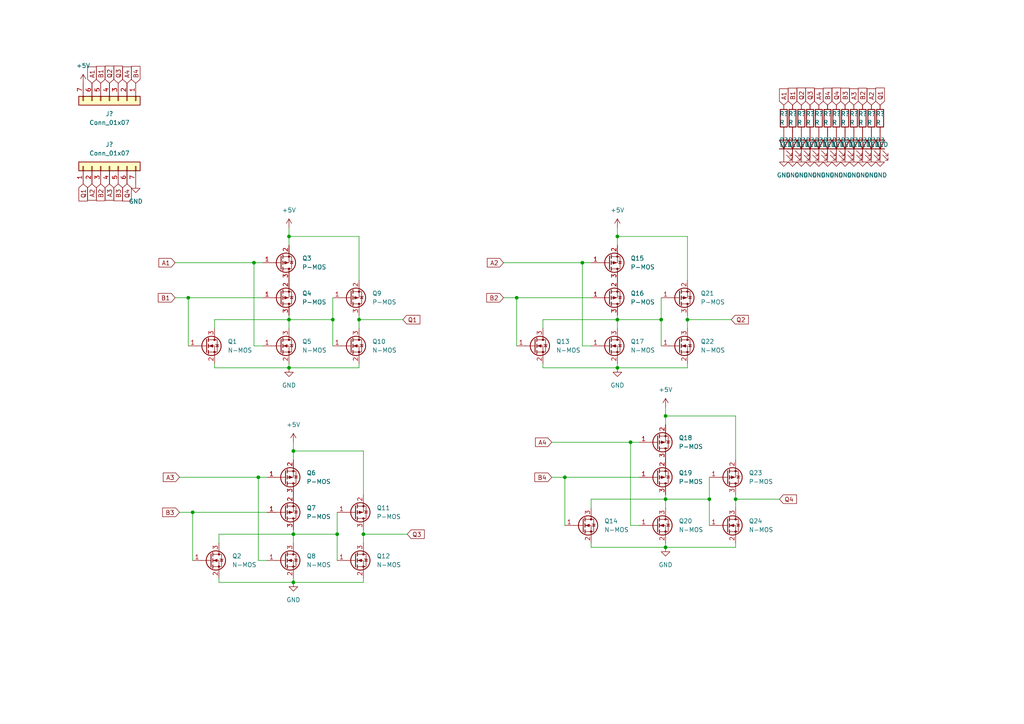
<source format=kicad_sch>
(kicad_sch (version 20211123) (generator eeschema)
  (paper "A4")
  (lib_symbols
    (symbol "Connector_Generic:Conn_01x07" (pin_names (offset 1.016) hide)
      (property "Reference" "J" (at 0 10.16 0))
      (property "Value" "Conn_01x07" (at 0 -10.16 0))
      (symbol "Conn_01x07_1_1"
        (rectangle (start -1.27 -7.493) (end 0 -7.747) (stroke (width 0.1524)))
        (rectangle (start -1.27 -4.953) (end 0 -5.207) (stroke (width 0.1524)))
        (rectangle (start -1.27 -2.413) (end 0 -2.667) (stroke (width 0.1524)))
        (rectangle (start -1.27 0.127) (end 0 -0.127) (stroke (width 0.1524)))
        (rectangle (start -1.27 2.667) (end 0 2.413) (stroke (width 0.1524)))
        (rectangle (start -1.27 5.207) (end 0 4.953) (stroke (width 0.1524)))
        (rectangle (start -1.27 7.747) (end 0 7.493) (stroke (width 0.1524)))
        (rectangle (start -1.27 8.89) (end 1.27 -8.89) (stroke (width 0.254)) (fill (type background)))
        (pin passive line (at -5.08 7.62 0) (length 3.81) (name "Pin_1") (number "1"))
        (pin passive line (at -5.08 5.08 0) (length 3.81) (name "Pin_2") (number "2"))
        (pin passive line (at -5.08 2.54 0) (length 3.81) (name "Pin_3") (number "3"))
        (pin passive line (at -5.08 0 0) (length 3.81) (name "Pin_4") (number "4"))
        (pin passive line (at -5.08 -2.54 0) (length 3.81) (name "Pin_5") (number "5"))
        (pin passive line (at -5.08 -5.08 0) (length 3.81) (name "Pin_6") (number "6"))
        (pin passive line (at -5.08 -7.62 0) (length 3.81) (name "Pin_7") (number "7"))
      )
    )
    (symbol "Device:LED" (pin_numbers hide) (pin_names (offset 1.016) hide)
      (property "Reference" "D" (at 0 2.54 0))
      (property "Value" "LED" (at 0 -2.54 0))
      (symbol "LED_0_1"
        (polyline (pts (xy -1.27 -1.27) (xy -1.27 1.27)) (stroke (width 0.254)))
        (polyline (pts (xy -1.27 0) (xy 1.27 0)))
        (polyline (pts (xy 1.27 -1.27) (xy 1.27 1.27) (xy -1.27 0) (xy 1.27 -1.27)) (stroke (width 0.254)))
        (polyline (pts (xy -3.048 -0.762) (xy -4.572 -2.286) (xy -3.81 -2.286) (xy -4.572 -2.286) (xy -4.572 -1.524)))
        (polyline (pts (xy -1.778 -0.762) (xy -3.302 -2.286) (xy -2.54 -2.286) (xy -3.302 -2.286) (xy -3.302 -1.524)))
      )
      (symbol "LED_1_1"
        (pin passive line (at -3.81 0 0) (length 2.54) (name "K") (number "1"))
        (pin passive line (at 3.81 0 180) (length 2.54) (name "A") (number "2"))
      )
    )
    (symbol "Device:R" (pin_numbers hide) (pin_names (offset 0))
      (property "Reference" "R" (at 2.032 0 90))
      (property "Value" "R" (at 0 0 90))
      (symbol "R_0_1"
        (rectangle (start -1.016 -2.54) (end 1.016 2.54) (stroke (width 0.254)))
      )
      (symbol "R_1_1"
        (pin passive line (at 0 3.81 270) (length 1.27) (name "~") (number "1"))
        (pin passive line (at 0 -3.81 90) (length 1.27) (name "~") (number "2"))
      )
    )
    (symbol "mos_sym:N-MOS" (pin_names hide)
      (property "Reference" "Q" (at 5.08 1.905 0))
      (property "Value" "N-MOS" (at 5.08 0 0))
      (symbol "N-MOS_0_1"
        (polyline (pts (xy 0.254 0) (xy -2.54 0)))
        (polyline (pts (xy 0.254 1.905) (xy 0.254 -1.905)) (stroke (width 0.254)))
        (polyline (pts (xy 0.762 -1.27) (xy 0.762 -2.286)) (stroke (width 0.254)))
        (polyline (pts (xy 0.762 0.508) (xy 0.762 -0.508)) (stroke (width 0.254)))
        (polyline (pts (xy 0.762 2.286) (xy 0.762 1.27)) (stroke (width 0.254)))
        (polyline (pts (xy 2.54 2.54) (xy 2.54 1.778)))
        (polyline (pts (xy 2.54 -2.54) (xy 2.54 0) (xy 0.762 0)))
        (polyline (pts (xy 0.762 -1.778) (xy 3.302 -1.778) (xy 3.302 1.778) (xy 0.762 1.778)))
        (polyline (pts (xy 1.016 0) (xy 2.032 0.381) (xy 2.032 -0.381) (xy 1.016 0)) (fill (type outline)))
        (polyline (pts (xy 2.794 0.508) (xy 2.921 0.381) (xy 3.683 0.381) (xy 3.81 0.254)))
        (polyline (pts (xy 3.302 0.381) (xy 2.921 -0.254) (xy 3.683 -0.254) (xy 3.302 0.381)))
        (circle (center 1.651 0) (radius 2.794) (stroke (width 0.254)))
        (circle (center 2.54 -1.778) (radius 0.254) (fill (type outline)))
        (circle (center 2.54 1.778) (radius 0.254) (fill (type outline)))
      )
      (symbol "N-MOS_1_1"
        (pin input line (at -5.08 0 0) (length 2.54) (name "G") (number "1"))
        (pin passive line (at 2.54 -5.08 90) (length 2.54) (name "S") (number "2"))
        (pin passive line (at 2.54 5.08 270) (length 2.54) (name "D") (number "3"))
      )
    )
    (symbol "mos_sym:P-MOS" (pin_names hide)
      (property "Reference" "Q" (at 5.08 1.905 0))
      (property "Value" "P-MOS" (at 5.08 0 0))
      (symbol "P-MOS_0_1"
        (polyline (pts (xy 0.254 0) (xy -2.54 0)))
        (polyline (pts (xy 0.254 1.905) (xy 0.254 -1.905)) (stroke (width 0.254)))
        (polyline (pts (xy 0.762 -1.27) (xy 0.762 -2.286)) (stroke (width 0.254)))
        (polyline (pts (xy 0.762 0.508) (xy 0.762 -0.508)) (stroke (width 0.254)))
        (polyline (pts (xy 0.762 2.286) (xy 0.762 1.27)) (stroke (width 0.254)))
        (polyline (pts (xy 2.54 2.54) (xy 2.54 1.778)))
        (polyline (pts (xy 2.54 -2.54) (xy 2.54 0) (xy 0.762 0)))
        (polyline (pts (xy 0.762 1.778) (xy 3.302 1.778) (xy 3.302 -1.778) (xy 0.762 -1.778)))
        (polyline (pts (xy 2.286 0) (xy 1.27 0.381) (xy 1.27 -0.381) (xy 2.286 0)) (fill (type outline)))
        (polyline (pts (xy 2.794 -0.508) (xy 2.921 -0.381) (xy 3.683 -0.381) (xy 3.81 -0.254)))
        (polyline (pts (xy 3.302 -0.381) (xy 2.921 0.254) (xy 3.683 0.254) (xy 3.302 -0.381)))
        (circle (center 1.651 0) (radius 2.794) (stroke (width 0.254)))
        (circle (center 2.54 -1.778) (radius 0.254) (fill (type outline)))
        (circle (center 2.54 1.778) (radius 0.254) (fill (type outline)))
      )
      (symbol "P-MOS_1_1"
        (pin input line (at -5.08 0 0) (length 2.54) (name "G") (number "1"))
        (pin passive line (at 2.54 -5.08 90) (length 2.54) (name "S") (number "2"))
        (pin passive line (at 2.54 5.08 270) (length 2.54) (name "D") (number "3"))
      )
    )
    (symbol "power:+5V" (power) (pin_names (offset 0))
      (property "Value" "+5V" (at 0 3.556 0))
      (symbol "+5V_0_1"
        (polyline (pts (xy -0.762 1.27) (xy 0 2.54)))
        (polyline (pts (xy 0 0) (xy 0 2.54)))
        (polyline (pts (xy 0 2.54) (xy 0.762 1.27)))
      )
      (symbol "+5V_1_1"
        (pin power_in line (at 0 0 90) (length 0) hide (name "+5V") (number "1"))
      )
    )
    (symbol "power:GND" (power) (pin_names (offset 0))
      (property "Value" "GND" (at 0 -3.81 0))
      (symbol "GND_0_1"
        (polyline (pts (xy 0 0) (xy 0 -1.27) (xy 1.27 -1.27) (xy 0 -2.54) (xy -1.27 -1.27) (xy 0 -1.27)))
      )
      (symbol "GND_1_1"
        (pin power_in line (at 0 0 270) (length 0) hide (name "GND") (number "1"))
      )
    )
  )
  (junction (at 182.88 128.27))
  (junction (at 168.91 76.2))
  (junction (at 83.82 106.68))
  (junction (at 73.66 76.2))
  (junction (at 83.82 92.71))
  (junction (at 74.93 138.43))
  (junction (at 193.04 120.65))
  (junction (at 213.36 144.78))
  (junction (at 83.82 68.58))
  (junction (at 85.09 130.81))
  (junction (at 179.07 68.58))
  (junction (at 191.77 92.71))
  (junction (at 85.09 168.91))
  (junction (at 55.88 148.59))
  (junction (at 149.86 86.36))
  (junction (at 97.79 154.94))
  (junction (at 205.74 144.78))
  (junction (at 96.52 92.71))
  (junction (at 54.61 86.36))
  (junction (at 193.04 144.78))
  (junction (at 199.39 92.71))
  (junction (at 179.07 106.68))
  (junction (at 85.09 154.94))
  (junction (at 163.83 138.43))
  (junction (at 105.41 154.94))
  (junction (at 193.04 158.75))
  (junction (at 179.07 92.71))
  (junction (at 104.14 92.71))
  (wire (pts (xy 157.48 92.71) (xy 179.07 92.71)))
  (wire (pts (xy 85.09 128.27) (xy 85.09 130.81)))
  (wire (pts (xy 74.93 138.43) (xy 77.47 138.43)))
  (wire (pts (xy 146.05 76.2) (xy 168.91 76.2)))
  (wire (pts (xy 50.8 86.36) (xy 54.61 86.36)))
  (wire (pts (xy 52.07 148.59) (xy 55.88 148.59)))
  (wire (pts (xy 54.61 86.36) (xy 54.61 100.33)))
  (wire (pts (xy 185.42 138.43) (xy 163.83 138.43)))
  (wire (pts (xy 105.41 154.94) (xy 118.11 154.94)))
  (wire (pts (xy 74.93 162.56) (xy 74.93 138.43)))
  (wire (pts (xy 104.14 92.71) (xy 116.84 92.71)))
  (wire (pts (xy 105.41 154.94) (xy 105.41 157.48)))
  (wire (pts (xy 213.36 157.48) (xy 213.36 158.75)))
  (wire (pts (xy 185.42 152.4) (xy 182.88 152.4)))
  (wire (pts (xy 83.82 66.04) (xy 83.82 68.58)))
  (wire (pts (xy 85.09 154.94) (xy 97.79 154.94)))
  (wire (pts (xy 104.14 105.41) (xy 104.14 106.68)))
  (wire (pts (xy 171.45 147.32) (xy 171.45 144.78)))
  (wire (pts (xy 83.82 106.68) (xy 83.82 105.41)))
  (wire (pts (xy 191.77 92.71) (xy 191.77 100.33)))
  (wire (pts (xy 193.04 118.11) (xy 193.04 120.65)))
  (wire (pts (xy 96.52 86.36) (xy 96.52 92.71)))
  (wire (pts (xy 55.88 148.59) (xy 55.88 162.56)))
  (wire (pts (xy 193.04 158.75) (xy 193.04 157.48)))
  (wire (pts (xy 76.2 100.33) (xy 73.66 100.33)))
  (wire (pts (xy 105.41 168.91) (xy 85.09 168.91)))
  (wire (pts (xy 171.45 86.36) (xy 149.86 86.36)))
  (wire (pts (xy 193.04 144.78) (xy 205.74 144.78)))
  (wire (pts (xy 160.02 128.27) (xy 182.88 128.27)))
  (wire (pts (xy 179.07 91.44) (xy 179.07 92.71)))
  (wire (pts (xy 62.23 92.71) (xy 83.82 92.71)))
  (wire (pts (xy 199.39 91.44) (xy 199.39 92.71)))
  (wire (pts (xy 83.82 68.58) (xy 104.14 68.58)))
  (wire (pts (xy 62.23 95.25) (xy 62.23 92.71)))
  (wire (pts (xy 199.39 106.68) (xy 179.07 106.68)))
  (wire (pts (xy 63.5 167.64) (xy 63.5 168.91)))
  (wire (pts (xy 77.47 162.56) (xy 74.93 162.56)))
  (wire (pts (xy 213.36 144.78) (xy 213.36 147.32)))
  (wire (pts (xy 105.41 130.81) (xy 105.41 143.51)))
  (wire (pts (xy 104.14 91.44) (xy 104.14 92.71)))
  (wire (pts (xy 171.45 100.33) (xy 168.91 100.33)))
  (wire (pts (xy 76.2 86.36) (xy 54.61 86.36)))
  (wire (pts (xy 205.74 144.78) (xy 205.74 152.4)))
  (wire (pts (xy 160.02 138.43) (xy 163.83 138.43)))
  (wire (pts (xy 157.48 95.25) (xy 157.48 92.71)))
  (wire (pts (xy 182.88 128.27) (xy 185.42 128.27)))
  (wire (pts (xy 85.09 168.91) (xy 85.09 167.64)))
  (wire (pts (xy 83.82 92.71) (xy 96.52 92.71)))
  (wire (pts (xy 193.04 120.65) (xy 213.36 120.65)))
  (wire (pts (xy 171.45 144.78) (xy 193.04 144.78)))
  (wire (pts (xy 63.5 168.91) (xy 85.09 168.91)))
  (wire (pts (xy 199.39 68.58) (xy 199.39 81.28)))
  (wire (pts (xy 179.07 92.71) (xy 191.77 92.71)))
  (wire (pts (xy 205.74 138.43) (xy 205.74 144.78)))
  (wire (pts (xy 213.36 158.75) (xy 193.04 158.75)))
  (wire (pts (xy 179.07 92.71) (xy 179.07 95.25)))
  (wire (pts (xy 62.23 105.41) (xy 62.23 106.68)))
  (wire (pts (xy 191.77 86.36) (xy 191.77 92.71)))
  (wire (pts (xy 85.09 154.94) (xy 85.09 157.48)))
  (wire (pts (xy 213.36 120.65) (xy 213.36 133.35)))
  (wire (pts (xy 168.91 100.33) (xy 168.91 76.2)))
  (wire (pts (xy 52.07 138.43) (xy 74.93 138.43)))
  (wire (pts (xy 157.48 105.41) (xy 157.48 106.68)))
  (wire (pts (xy 168.91 76.2) (xy 171.45 76.2)))
  (wire (pts (xy 96.52 92.71) (xy 96.52 100.33)))
  (wire (pts (xy 193.04 143.51) (xy 193.04 144.78)))
  (wire (pts (xy 85.09 130.81) (xy 105.41 130.81)))
  (wire (pts (xy 179.07 71.12) (xy 179.07 68.58)))
  (wire (pts (xy 73.66 100.33) (xy 73.66 76.2)))
  (wire (pts (xy 105.41 167.64) (xy 105.41 168.91)))
  (wire (pts (xy 104.14 106.68) (xy 83.82 106.68)))
  (wire (pts (xy 83.82 71.12) (xy 83.82 68.58)))
  (wire (pts (xy 213.36 144.78) (xy 226.06 144.78)))
  (wire (pts (xy 97.79 154.94) (xy 97.79 162.56)))
  (wire (pts (xy 199.39 92.71) (xy 212.09 92.71)))
  (wire (pts (xy 179.07 66.04) (xy 179.07 68.58)))
  (wire (pts (xy 50.8 76.2) (xy 73.66 76.2)))
  (wire (pts (xy 182.88 152.4) (xy 182.88 128.27)))
  (wire (pts (xy 163.83 138.43) (xy 163.83 152.4)))
  (wire (pts (xy 77.47 148.59) (xy 55.88 148.59)))
  (wire (pts (xy 85.09 133.35) (xy 85.09 130.81)))
  (wire (pts (xy 171.45 158.75) (xy 193.04 158.75)))
  (wire (pts (xy 104.14 68.58) (xy 104.14 81.28)))
  (wire (pts (xy 157.48 106.68) (xy 179.07 106.68)))
  (wire (pts (xy 105.41 153.67) (xy 105.41 154.94)))
  (wire (pts (xy 199.39 92.71) (xy 199.39 95.25)))
  (wire (pts (xy 193.04 144.78) (xy 193.04 147.32)))
  (wire (pts (xy 199.39 105.41) (xy 199.39 106.68)))
  (wire (pts (xy 62.23 106.68) (xy 83.82 106.68)))
  (wire (pts (xy 85.09 153.67) (xy 85.09 154.94)))
  (wire (pts (xy 146.05 86.36) (xy 149.86 86.36)))
  (wire (pts (xy 104.14 92.71) (xy 104.14 95.25)))
  (wire (pts (xy 63.5 154.94) (xy 85.09 154.94)))
  (wire (pts (xy 63.5 157.48) (xy 63.5 154.94)))
  (wire (pts (xy 73.66 76.2) (xy 76.2 76.2)))
  (wire (pts (xy 213.36 143.51) (xy 213.36 144.78)))
  (wire (pts (xy 149.86 86.36) (xy 149.86 100.33)))
  (wire (pts (xy 97.79 148.59) (xy 97.79 154.94)))
  (wire (pts (xy 83.82 91.44) (xy 83.82 92.71)))
  (wire (pts (xy 179.07 106.68) (xy 179.07 105.41)))
  (wire (pts (xy 171.45 157.48) (xy 171.45 158.75)))
  (wire (pts (xy 179.07 68.58) (xy 199.39 68.58)))
  (wire (pts (xy 193.04 123.19) (xy 193.04 120.65)))
  (wire (pts (xy 83.82 92.71) (xy 83.82 95.25)))
  (global_label "B2" (shape input) (at 250.19 30.48 90) (property "Intersheet References" "${INTERSHEET_REFS}" (effects hide)))
  (global_label "B3" (shape input) (at 34.29 53.34 270) (property "Intersheet References" "${INTERSHEET_REFS}" (effects hide)))
  (global_label "B2" (shape input) (at 146.05 86.36 180) (property "Intersheet References" "${INTERSHEET_REFS}" (effects hide)))
  (global_label "B3" (shape input) (at 245.11 30.48 90) (property "Intersheet References" "${INTERSHEET_REFS}" (effects hide)))
  (global_label "Q4" (shape input) (at 226.06 144.78 0) (property "Intersheet References" "${INTERSHEET_REFS}" (effects hide)))
  (global_label "B1" (shape input) (at 50.8 86.36 180) (property "Intersheet References" "${INTERSHEET_REFS}" (effects hide)))
  (global_label "A2" (shape input) (at 26.67 53.34 270) (property "Intersheet References" "${INTERSHEET_REFS}" (effects hide)))
  (global_label "Q4" (shape input) (at 242.57 30.48 90) (property "Intersheet References" "${INTERSHEET_REFS}" (effects hide)))
  (global_label "Q3" (shape input) (at 118.11 154.94 0) (property "Intersheet References" "${INTERSHEET_REFS}" (effects hide)))
  (global_label "B3" (shape input) (at 52.07 148.59 180) (property "Intersheet References" "${INTERSHEET_REFS}" (effects hide)))
  (global_label "Q2" (shape input) (at 31.75 24.13 90) (property "Intersheet References" "${INTERSHEET_REFS}" (effects hide)))
  (global_label "A1" (shape input) (at 26.67 24.13 90) (property "Intersheet References" "${INTERSHEET_REFS}" (effects hide)))
  (global_label "A4" (shape input) (at 160.02 128.27 180) (property "Intersheet References" "${INTERSHEET_REFS}" (effects hide)))
  (global_label "B2" (shape input) (at 29.21 53.34 270) (property "Intersheet References" "${INTERSHEET_REFS}" (effects hide)))
  (global_label "A3" (shape input) (at 247.65 30.48 90) (property "Intersheet References" "${INTERSHEET_REFS}" (effects hide)))
  (global_label "A3" (shape input) (at 52.07 138.43 180) (property "Intersheet References" "${INTERSHEET_REFS}" (effects hide)))
  (global_label "B4" (shape input) (at 240.03 30.48 90) (property "Intersheet References" "${INTERSHEET_REFS}" (effects hide)))
  (global_label "A4" (shape input) (at 237.49 30.48 90) (property "Intersheet References" "${INTERSHEET_REFS}" (effects hide)))
  (global_label "B4" (shape input) (at 39.37 24.13 90) (property "Intersheet References" "${INTERSHEET_REFS}" (effects hide)))
  (global_label "B1" (shape input) (at 29.21 24.13 90) (property "Intersheet References" "${INTERSHEET_REFS}" (effects hide)))
  (global_label "A2" (shape input) (at 146.05 76.2 180) (property "Intersheet References" "${INTERSHEET_REFS}" (effects hide)))
  (global_label "Q1" (shape input) (at 255.27 30.48 90) (property "Intersheet References" "${INTERSHEET_REFS}" (effects hide)))
  (global_label "Q2" (shape input) (at 232.41 30.48 90) (property "Intersheet References" "${INTERSHEET_REFS}" (effects hide)))
  (global_label "Q4" (shape input) (at 36.83 53.34 270) (property "Intersheet References" "${INTERSHEET_REFS}" (effects hide)))
  (global_label "A4" (shape input) (at 36.83 24.13 90) (property "Intersheet References" "${INTERSHEET_REFS}" (effects hide)))
  (global_label "A3" (shape input) (at 31.75 53.34 270) (property "Intersheet References" "${INTERSHEET_REFS}" (effects hide)))
  (global_label "Q1" (shape input) (at 116.84 92.71 0) (property "Intersheet References" "${INTERSHEET_REFS}" (effects hide)))
  (global_label "A2" (shape input) (at 252.73 30.48 90) (property "Intersheet References" "${INTERSHEET_REFS}" (effects hide)))
  (global_label "Q3" (shape input) (at 234.95 30.48 90) (property "Intersheet References" "${INTERSHEET_REFS}" (effects hide)))
  (global_label "Q2" (shape input) (at 212.09 92.71 0) (property "Intersheet References" "${INTERSHEET_REFS}" (effects hide)))
  (global_label "A1" (shape input) (at 50.8 76.2 180) (property "Intersheet References" "${INTERSHEET_REFS}" (effects hide)))
  (global_label "Q1" (shape input) (at 24.13 53.34 270) (property "Intersheet References" "${INTERSHEET_REFS}" (effects hide)))
  (global_label "B1" (shape input) (at 229.87 30.48 90) (property "Intersheet References" "${INTERSHEET_REFS}" (effects hide)))
  (global_label "B4" (shape input) (at 160.02 138.43 180) (property "Intersheet References" "${INTERSHEET_REFS}" (effects hide)))
  (global_label "A1" (shape input) (at 227.33 30.48 90) (property "Intersheet References" "${INTERSHEET_REFS}" (effects hide)))
  (global_label "Q3" (shape input) (at 34.29 24.13 90) (property "Intersheet References" "${INTERSHEET_REFS}" (effects hide)))
  (symbol (lib_id "power:GND") (at 85.09 168.91 0) (unit 1)
    (property "Reference" "#PWR?" (effects hide))
    (property "Value" "GND" (at 85.09 173.99 0))
  )
  (symbol (lib_id "mos_sym:P-MOS") (at 81.28 76.2 0) (mirror x) (unit 1)
    (property "Reference" "Q3" (at 87.63 74.9299 0) (effects (justify left)))
    (property "Value" "P-MOS" (at 87.63 77.4699 0) (effects (justify left)))
    (property "Footprint" "Package_TO_SOT_SMD:SOT-23" (effects hide))
  )
  (symbol (lib_id "mos_sym:P-MOS") (at 176.53 76.2 0) (mirror x) (unit 1)
    (property "Reference" "Q15" (at 182.88 74.9299 0) (effects (justify left)))
    (property "Value" "P-MOS" (at 182.88 77.4699 0) (effects (justify left)))
    (property "Footprint" "Package_TO_SOT_SMD:SOT-23" (effects hide))
  )
  (symbol (lib_id "power:GND") (at 240.03 45.72 0) (unit 1)
    (property "Reference" "#PWR?" (effects hide))
    (property "Value" "GND" (at 240.03 50.8 0))
  )
  (symbol (lib_id "power:GND") (at 39.37 53.34 0) (unit 1)
    (property "Reference" "#PWR?" (effects hide))
    (property "Value" "GND" (at 39.37 58.42 0))
  )
  (symbol (lib_id "mos_sym:N-MOS") (at 59.69 100.33 0) (unit 1)
    (property "Reference" "Q1" (at 66.04 99.0599 0) (effects (justify left)))
    (property "Value" "N-MOS" (at 66.04 101.5999 0) (effects (justify left)))
    (property "Footprint" "Package_TO_SOT_SMD:SOT-23" (effects hide))
  )
  (symbol (lib_id "power:GND") (at 83.82 106.68 0) (unit 1)
    (property "Reference" "#PWR?" (effects hide))
    (property "Value" "GND" (at 83.82 111.76 0))
  )
  (symbol (lib_id "Device:R") (at 245.11 34.29 0) (unit 1)
    (property "Reference" "R?" (at 243.84 33.02 0) (effects (justify left)))
    (property "Value" "R" (at 243.84 35.56 0) (effects (justify left)))
    (property "Footprint" "Resistor_SMD:R_0805_2012Metric" (effects hide))
  )
  (symbol (lib_id "Connector_Generic:Conn_01x07") (at 31.75 29.21 270) (unit 1)
    (property "Reference" "J?" (at 31.75 33.02 90))
    (property "Value" "Conn_01x07" (at 31.75 35.56 90))
    (property "Footprint" "Connector_PinHeader_2.54mm:PinHeader_1x07_P2.54mm_Vertical" (effects hide))
  )
  (symbol (lib_id "power:+5V") (at 83.82 66.04 0) (unit 1)
    (property "Reference" "#PWR?" (effects hide))
    (property "Value" "+5V" (at 83.82 60.96 0))
  )
  (symbol (lib_id "Device:R") (at 234.95 34.29 0) (unit 1)
    (property "Reference" "R?" (at 233.68 33.02 0) (effects (justify left)))
    (property "Value" "R" (at 233.68 35.56 0) (effects (justify left)))
    (property "Footprint" "Resistor_SMD:R_0805_2012Metric" (effects hide))
  )
  (symbol (lib_id "Device:R") (at 237.49 34.29 0) (unit 1)
    (property "Reference" "R?" (at 236.22 33.02 0) (effects (justify left)))
    (property "Value" "R" (at 236.22 35.56 0) (effects (justify left)))
    (property "Footprint" "Resistor_SMD:R_0805_2012Metric" (effects hide))
  )
  (symbol (lib_id "power:GND") (at 237.49 45.72 0) (unit 1)
    (property "Reference" "#PWR?" (effects hide))
    (property "Value" "GND" (at 237.49 50.8 0))
  )
  (symbol (lib_id "mos_sym:N-MOS") (at 196.85 100.33 0) (unit 1)
    (property "Reference" "Q22" (at 203.2 99.0599 0) (effects (justify left)))
    (property "Value" "N-MOS" (at 203.2 101.5999 0) (effects (justify left)))
    (property "Footprint" "Package_TO_SOT_SMD:SOT-23" (effects hide))
  )
  (symbol (lib_id "mos_sym:P-MOS") (at 101.6 86.36 0) (mirror x) (unit 1)
    (property "Reference" "Q9" (at 107.95 85.0899 0) (effects (justify left)))
    (property "Value" "P-MOS" (at 107.95 87.6299 0) (effects (justify left)))
    (property "Footprint" "Package_TO_SOT_SMD:SOT-23" (effects hide))
  )
  (symbol (lib_id "Device:R") (at 240.03 34.29 0) (unit 1)
    (property "Reference" "R?" (at 238.76 33.02 0) (effects (justify left)))
    (property "Value" "R" (at 238.76 35.56 0) (effects (justify left)))
    (property "Footprint" "Resistor_SMD:R_0805_2012Metric" (effects hide))
  )
  (symbol (lib_id "Device:R") (at 247.65 34.29 0) (unit 1)
    (property "Reference" "R?" (at 246.38 33.02 0) (effects (justify left)))
    (property "Value" "R" (at 246.38 35.56 0) (effects (justify left)))
    (property "Footprint" "Resistor_SMD:R_0805_2012Metric" (effects hide))
  )
  (symbol (lib_id "power:GND") (at 227.33 45.72 0) (unit 1)
    (property "Reference" "#PWR?" (effects hide))
    (property "Value" "GND" (at 227.33 50.8 0))
  )
  (symbol (lib_id "power:GND") (at 255.27 45.72 0) (unit 1)
    (property "Reference" "#PWR?" (effects hide))
    (property "Value" "GND" (at 255.27 50.8 0))
  )
  (symbol (lib_id "mos_sym:P-MOS") (at 176.53 86.36 0) (mirror x) (unit 1)
    (property "Reference" "Q16" (at 182.88 85.0899 0) (effects (justify left)))
    (property "Value" "P-MOS" (at 182.88 87.6299 0) (effects (justify left)))
    (property "Footprint" "Package_TO_SOT_SMD:SOT-23" (effects hide))
  )
  (symbol (lib_id "mos_sym:P-MOS") (at 82.55 138.43 0) (mirror x) (unit 1)
    (property "Reference" "Q6" (at 88.9 137.1599 0) (effects (justify left)))
    (property "Value" "P-MOS" (at 88.9 139.6999 0) (effects (justify left)))
    (property "Footprint" "Package_TO_SOT_SMD:SOT-23" (effects hide))
  )
  (symbol (lib_id "mos_sym:N-MOS") (at 82.55 162.56 0) (unit 1)
    (property "Reference" "Q8" (at 88.9 161.2899 0) (effects (justify left)))
    (property "Value" "N-MOS" (at 88.9 163.8299 0) (effects (justify left)))
    (property "Footprint" "Package_TO_SOT_SMD:SOT-23" (effects hide))
  )
  (symbol (lib_id "power:GND") (at 229.87 45.72 0) (unit 1)
    (property "Reference" "#PWR?" (effects hide))
    (property "Value" "GND" (at 229.87 50.8 0))
  )
  (symbol (lib_id "Device:R") (at 242.57 34.29 0) (unit 1)
    (property "Reference" "R?" (at 241.3 33.02 0) (effects (justify left)))
    (property "Value" "R" (at 241.3 35.56 0) (effects (justify left)))
    (property "Footprint" "Resistor_SMD:R_0805_2012Metric" (effects hide))
  )
  (symbol (lib_id "Device:R") (at 229.87 34.29 0) (unit 1)
    (property "Reference" "R?" (at 228.6 33.02 0) (effects (justify left)))
    (property "Value" "R" (at 228.6 35.56 0) (effects (justify left)))
    (property "Footprint" "Resistor_SMD:R_0805_2012Metric" (effects hide))
  )
  (symbol (lib_id "power:GND") (at 232.41 45.72 0) (unit 1)
    (property "Reference" "#PWR?" (effects hide))
    (property "Value" "GND" (at 232.41 50.8 0))
  )
  (symbol (lib_id "mos_sym:N-MOS") (at 176.53 100.33 0) (unit 1)
    (property "Reference" "Q17" (at 182.88 99.0599 0) (effects (justify left)))
    (property "Value" "N-MOS" (at 182.88 101.5999 0) (effects (justify left)))
    (property "Footprint" "Package_TO_SOT_SMD:SOT-23" (effects hide))
  )
  (symbol (lib_id "Device:R") (at 252.73 34.29 0) (unit 1)
    (property "Reference" "R?" (at 251.46 33.02 0) (effects (justify left)))
    (property "Value" "R" (at 251.46 35.56 0) (effects (justify left)))
    (property "Footprint" "Resistor_SMD:R_0805_2012Metric" (effects hide))
  )
  (symbol (lib_id "mos_sym:N-MOS") (at 60.96 162.56 0) (unit 1)
    (property "Reference" "Q2" (at 67.31 161.2899 0) (effects (justify left)))
    (property "Value" "N-MOS" (at 67.31 163.8299 0) (effects (justify left)))
    (property "Footprint" "Package_TO_SOT_SMD:SOT-23" (effects hide))
  )
  (symbol (lib_id "Device:LED") (at 247.65 41.91 90) (unit 1)
    (property "Reference" "D?" (at 246.38 40.64 90) (effects (justify right)))
    (property "Value" "LED" (at 246.38 41.91 90) (effects (justify right)))
    (property "Footprint" "LED_SMD:LED_0805_2012Metric" (effects hide))
  )
  (symbol (lib_id "mos_sym:N-MOS") (at 81.28 100.33 0) (unit 1)
    (property "Reference" "Q5" (at 87.63 99.0599 0) (effects (justify left)))
    (property "Value" "N-MOS" (at 87.63 101.5999 0) (effects (justify left)))
    (property "Footprint" "Package_TO_SOT_SMD:SOT-23" (effects hide))
  )
  (symbol (lib_id "power:GND") (at 242.57 45.72 0) (unit 1)
    (property "Reference" "#PWR?" (effects hide))
    (property "Value" "GND" (at 242.57 50.8 0))
  )
  (symbol (lib_id "power:GND") (at 250.19 45.72 0) (unit 1)
    (property "Reference" "#PWR?" (effects hide))
    (property "Value" "GND" (at 250.19 50.8 0))
  )
  (symbol (lib_id "Device:LED") (at 255.27 41.91 90) (unit 1)
    (property "Reference" "D?" (at 254 40.64 90) (effects (justify right)))
    (property "Value" "LED" (at 254 41.91 90) (effects (justify right)))
    (property "Footprint" "LED_SMD:LED_0805_2012Metric" (effects hide))
  )
  (symbol (lib_id "Device:LED") (at 232.41 41.91 90) (unit 1)
    (property "Reference" "D?" (at 231.14 40.64 90) (effects (justify right)))
    (property "Value" "LED" (at 231.14 41.91 90) (effects (justify right)))
    (property "Footprint" "LED_SMD:LED_0805_2012Metric" (effects hide))
  )
  (symbol (lib_id "power:+5V") (at 179.07 66.04 0) (unit 1)
    (property "Reference" "#PWR?" (effects hide))
    (property "Value" "+5V" (at 179.07 60.96 0))
  )
  (symbol (lib_id "Device:LED") (at 250.19 41.91 90) (unit 1)
    (property "Reference" "D?" (at 248.92 40.64 90) (effects (justify right)))
    (property "Value" "LED" (at 248.92 41.91 90) (effects (justify right)))
    (property "Footprint" "LED_SMD:LED_0805_2012Metric" (effects hide))
  )
  (symbol (lib_id "mos_sym:N-MOS") (at 154.94 100.33 0) (unit 1)
    (property "Reference" "Q13" (at 161.29 99.0599 0) (effects (justify left)))
    (property "Value" "N-MOS" (at 161.29 101.5999 0) (effects (justify left)))
    (property "Footprint" "Package_TO_SOT_SMD:SOT-23" (effects hide))
  )
  (symbol (lib_id "power:+5V") (at 24.13 24.13 0) (unit 1)
    (property "Reference" "#PWR?" (effects hide))
    (property "Value" "+5V" (at 24.13 19.05 0))
  )
  (symbol (lib_id "power:GND") (at 193.04 158.75 0) (unit 1)
    (property "Reference" "#PWR?" (effects hide))
    (property "Value" "GND" (at 193.04 163.83 0))
  )
  (symbol (lib_id "Device:R") (at 255.27 34.29 0) (unit 1)
    (property "Reference" "R?" (at 254 33.02 0) (effects (justify left)))
    (property "Value" "R" (at 254 35.56 0) (effects (justify left)))
    (property "Footprint" "Resistor_SMD:R_0805_2012Metric" (effects hide))
  )
  (symbol (lib_id "mos_sym:P-MOS") (at 190.5 128.27 0) (mirror x) (unit 1)
    (property "Reference" "Q18" (at 196.85 126.9999 0) (effects (justify left)))
    (property "Value" "P-MOS" (at 196.85 129.5399 0) (effects (justify left)))
    (property "Footprint" "Package_TO_SOT_SMD:SOT-23" (effects hide))
  )
  (symbol (lib_id "power:GND") (at 252.73 45.72 0) (unit 1)
    (property "Reference" "#PWR?" (effects hide))
    (property "Value" "GND" (at 252.73 50.8 0))
  )
  (symbol (lib_id "mos_sym:N-MOS") (at 102.87 162.56 0) (unit 1)
    (property "Reference" "Q12" (at 109.22 161.2899 0) (effects (justify left)))
    (property "Value" "N-MOS" (at 109.22 163.8299 0) (effects (justify left)))
    (property "Footprint" "Package_TO_SOT_SMD:SOT-23" (effects hide))
  )
  (symbol (lib_id "mos_sym:N-MOS") (at 168.91 152.4 0) (unit 1)
    (property "Reference" "Q14" (at 175.26 151.1299 0) (effects (justify left)))
    (property "Value" "N-MOS" (at 175.26 153.6699 0) (effects (justify left)))
    (property "Footprint" "Package_TO_SOT_SMD:SOT-23" (effects hide))
  )
  (symbol (lib_id "mos_sym:P-MOS") (at 190.5 138.43 0) (mirror x) (unit 1)
    (property "Reference" "Q19" (at 196.85 137.1599 0) (effects (justify left)))
    (property "Value" "P-MOS" (at 196.85 139.6999 0) (effects (justify left)))
    (property "Footprint" "Package_TO_SOT_SMD:SOT-23" (effects hide))
  )
  (symbol (lib_id "mos_sym:N-MOS") (at 210.82 152.4 0) (unit 1)
    (property "Reference" "Q24" (at 217.17 151.1299 0) (effects (justify left)))
    (property "Value" "N-MOS" (at 217.17 153.6699 0) (effects (justify left)))
    (property "Footprint" "Package_TO_SOT_SMD:SOT-23" (effects hide))
  )
  (symbol (lib_id "Device:LED") (at 242.57 41.91 90) (unit 1)
    (property "Reference" "D?" (at 241.3 40.64 90) (effects (justify right)))
    (property "Value" "LED" (at 241.3 41.91 90) (effects (justify right)))
    (property "Footprint" "LED_SMD:LED_0805_2012Metric" (effects hide))
  )
  (symbol (lib_id "Device:LED") (at 245.11 41.91 90) (unit 1)
    (property "Reference" "D?" (at 243.84 40.64 90) (effects (justify right)))
    (property "Value" "LED" (at 243.84 41.91 90) (effects (justify right)))
    (property "Footprint" "LED_SMD:LED_0805_2012Metric" (effects hide))
  )
  (symbol (lib_id "mos_sym:P-MOS") (at 81.28 86.36 0) (mirror x) (unit 1)
    (property "Reference" "Q4" (at 87.63 85.0899 0) (effects (justify left)))
    (property "Value" "P-MOS" (at 87.63 87.6299 0) (effects (justify left)))
    (property "Footprint" "Package_TO_SOT_SMD:SOT-23" (effects hide))
  )
  (symbol (lib_id "Device:LED") (at 234.95 41.91 90) (unit 1)
    (property "Reference" "D?" (at 233.68 40.64 90) (effects (justify right)))
    (property "Value" "LED" (at 233.68 41.91 90) (effects (justify right)))
    (property "Footprint" "LED_SMD:LED_0805_2012Metric" (effects hide))
  )
  (symbol (lib_id "mos_sym:P-MOS") (at 82.55 148.59 0) (mirror x) (unit 1)
    (property "Reference" "Q7" (at 88.9 147.3199 0) (effects (justify left)))
    (property "Value" "P-MOS" (at 88.9 149.8599 0) (effects (justify left)))
    (property "Footprint" "Package_TO_SOT_SMD:SOT-23" (effects hide))
  )
  (symbol (lib_id "power:GND") (at 245.11 45.72 0) (unit 1)
    (property "Reference" "#PWR?" (effects hide))
    (property "Value" "GND" (at 245.11 50.8 0))
  )
  (symbol (lib_id "Device:LED") (at 237.49 41.91 90) (unit 1)
    (property "Reference" "D?" (at 236.22 40.64 90) (effects (justify right)))
    (property "Value" "LED" (at 236.22 41.91 90) (effects (justify right)))
    (property "Footprint" "LED_SMD:LED_0805_2012Metric" (effects hide))
  )
  (symbol (lib_id "Device:R") (at 250.19 34.29 0) (unit 1)
    (property "Reference" "R?" (at 248.92 33.02 0) (effects (justify left)))
    (property "Value" "R" (at 248.92 35.56 0) (effects (justify left)))
    (property "Footprint" "Resistor_SMD:R_0805_2012Metric" (effects hide))
  )
  (symbol (lib_id "mos_sym:P-MOS") (at 196.85 86.36 0) (mirror x) (unit 1)
    (property "Reference" "Q21" (at 203.2 85.0899 0) (effects (justify left)))
    (property "Value" "P-MOS" (at 203.2 87.6299 0) (effects (justify left)))
    (property "Footprint" "Package_TO_SOT_SMD:SOT-23" (effects hide))
  )
  (symbol (lib_id "mos_sym:N-MOS") (at 190.5 152.4 0) (unit 1)
    (property "Reference" "Q20" (at 196.85 151.1299 0) (effects (justify left)))
    (property "Value" "N-MOS" (at 196.85 153.6699 0) (effects (justify left)))
    (property "Footprint" "Package_TO_SOT_SMD:SOT-23" (effects hide))
  )
  (symbol (lib_id "Device:LED") (at 229.87 41.91 90) (unit 1)
    (property "Reference" "D?" (at 228.6 40.64 90) (effects (justify right)))
    (property "Value" "LED" (at 228.6 41.91 90) (effects (justify right)))
    (property "Footprint" "LED_SMD:LED_0805_2012Metric" (effects hide))
  )
  (symbol (lib_id "power:GND") (at 234.95 45.72 0) (unit 1)
    (property "Reference" "#PWR?" (effects hide))
    (property "Value" "GND" (at 234.95 50.8 0))
  )
  (symbol (lib_id "Device:LED") (at 227.33 41.91 90) (unit 1)
    (property "Reference" "D?" (at 226.06 40.64 90) (effects (justify right)))
    (property "Value" "LED" (at 226.06 41.91 90) (effects (justify right)))
    (property "Footprint" "LED_SMD:LED_0805_2012Metric" (effects hide))
  )
  (symbol (lib_id "mos_sym:P-MOS") (at 102.87 148.59 0) (mirror x) (unit 1)
    (property "Reference" "Q11" (at 109.22 147.3199 0) (effects (justify left)))
    (property "Value" "P-MOS" (at 109.22 149.8599 0) (effects (justify left)))
    (property "Footprint" "Package_TO_SOT_SMD:SOT-23" (effects hide))
  )
  (symbol (lib_id "Device:R") (at 227.33 34.29 0) (unit 1)
    (property "Reference" "R?" (at 226.06 33.02 0) (effects (justify left)))
    (property "Value" "R" (at 226.06 35.56 0) (effects (justify left)))
    (property "Footprint" "Resistor_SMD:R_0805_2012Metric" (effects hide))
  )
  (symbol (lib_id "power:+5V") (at 193.04 118.11 0) (unit 1)
    (property "Reference" "#PWR?" (effects hide))
    (property "Value" "+5V" (at 193.04 113.03 0))
  )
  (symbol (lib_id "Device:LED") (at 252.73 41.91 90) (unit 1)
    (property "Reference" "D?" (at 251.46 40.64 90) (effects (justify right)))
    (property "Value" "LED" (at 251.46 41.91 90) (effects (justify right)))
    (property "Footprint" "LED_SMD:LED_0805_2012Metric" (effects hide))
  )
  (symbol (lib_id "mos_sym:N-MOS") (at 101.6 100.33 0) (unit 1)
    (property "Reference" "Q10" (at 107.95 99.0599 0) (effects (justify left)))
    (property "Value" "N-MOS" (at 107.95 101.5999 0) (effects (justify left)))
    (property "Footprint" "Package_TO_SOT_SMD:SOT-23" (effects hide))
  )
  (symbol (lib_id "Device:LED") (at 240.03 41.91 90) (unit 1)
    (property "Reference" "D?" (at 238.76 40.64 90) (effects (justify right)))
    (property "Value" "LED" (at 238.76 41.91 90) (effects (justify right)))
    (property "Footprint" "LED_SMD:LED_0805_2012Metric" (effects hide))
  )
  (symbol (lib_id "mos_sym:P-MOS") (at 210.82 138.43 0) (mirror x) (unit 1)
    (property "Reference" "Q23" (at 217.17 137.1599 0) (effects (justify left)))
    (property "Value" "P-MOS" (at 217.17 139.6999 0) (effects (justify left)))
    (property "Footprint" "Package_TO_SOT_SMD:SOT-23" (effects hide))
  )
  (symbol (lib_id "power:+5V") (at 85.09 128.27 0) (unit 1)
    (property "Reference" "#PWR?" (effects hide))
    (property "Value" "+5V" (at 85.09 123.19 0))
  )
  (symbol (lib_id "Device:R") (at 232.41 34.29 0) (unit 1)
    (property "Reference" "R?" (at 231.14 33.02 0) (effects (justify left)))
    (property "Value" "R" (at 231.14 35.56 0) (effects (justify left)))
    (property "Footprint" "Resistor_SMD:R_0805_2012Metric" (effects hide))
  )
  (symbol (lib_id "Connector_Generic:Conn_01x07") (at 31.75 48.26 90) (unit 1)
    (property "Reference" "J?" (at 31.75 41.91 90))
    (property "Value" "Conn_01x07" (at 31.75 44.45 90))
    (property "Footprint" "Connector_PinHeader_2.54mm:PinHeader_1x07_P2.54mm_Vertical" (effects hide))
  )
  (symbol (lib_id "power:GND") (at 247.65 45.72 0) (unit 1)
    (property "Reference" "#PWR?" (effects hide))
    (property "Value" "GND" (at 247.65 50.8 0))
  )
  (symbol (lib_id "power:GND") (at 179.07 106.68 0) (unit 1)
    (property "Reference" "#PWR?" (effects hide))
    (property "Value" "GND" (at 179.07 111.76 0))
  )
)
</source>
